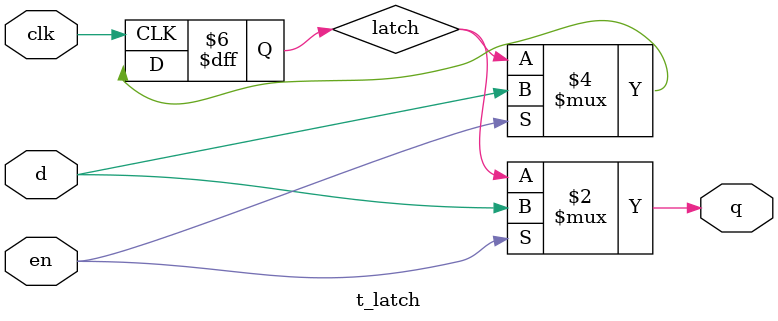
<source format=v>
/*
--------------------------------------------------------------------------------
This library is free software; you can redistribute it and/or
modify it under the terms of the GNU Library General Public
License as published by the Free Software Foundation; either
version 2 of the License, or (at your option) any later version.
This library is distributed in the hope that it will be useful,
but WITHOUT ANY WARRANTY; without even the implied warranty of
MERCHANTABILITY or FITNESS FOR A PARTICULAR PURPOSE.  See the GNU
Library General Public License for more details.
You should have received a copy of the GNU Library General Public
License along with this library; if not, write to the
Free Software Foundation, Inc., 51 Franklin St, Fifth Floor,
Boston, MA  02110-1301, USA.
--------------------------------------------------------------------------------
*/

// Copyright (c) 2023 John Seamons, ZL4VO/KF6VO

// transparent latch
//
// Needed to avoid the Vivado "inferring latch" warning.

`timescale 1ns / 100ps

module t_latch (
	input  wire clk,
	input  wire en,
	input  wire d,
	output reg  q
	);
	
	// mux
    always @*
        q = en? d : latch;
    
    reg latch;
    always @ (posedge clk)
        if (en)
            latch <= d;

endmodule

</source>
